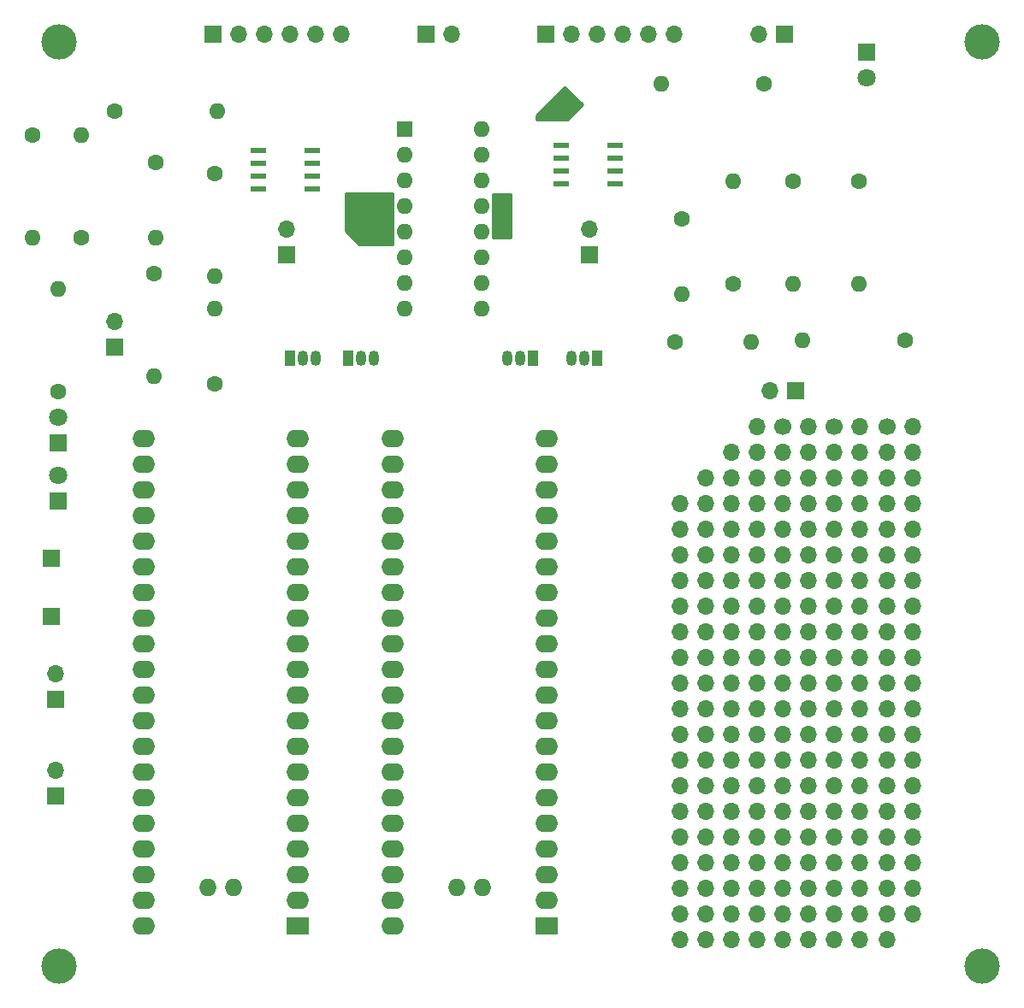
<source format=gts>
G04 #@! TF.FileFunction,Soldermask,Top*
%FSLAX46Y46*%
G04 Gerber Fmt 4.6, Leading zero omitted, Abs format (unit mm)*
G04 Created by KiCad (PCBNEW 4.0.2-stable) date 12/13/2018 9:00:57 AM*
%MOMM*%
G01*
G04 APERTURE LIST*
%ADD10C,0.100000*%
%ADD11R,1.700000X1.700000*%
%ADD12O,1.700000X1.700000*%
%ADD13C,1.700000*%
%ADD14C,3.500000*%
%ADD15C,1.600000*%
%ADD16O,1.600000X1.600000*%
%ADD17R,1.800000X1.800000*%
%ADD18C,1.800000*%
%ADD19R,1.600000X1.600000*%
%ADD20O,1.050000X1.500000*%
%ADD21R,1.050000X1.500000*%
%ADD22R,2.250000X1.727200*%
%ADD23O,2.250000X1.727200*%
%ADD24O,1.727200X1.727200*%
%ADD25R,1.550000X0.600000*%
%ADD26C,0.254000*%
%ADD27C,0.250000*%
G04 APERTURE END LIST*
D10*
D11*
X108966000Y-63246000D03*
D12*
X108966000Y-60706000D03*
D11*
X134620000Y-41402000D03*
D12*
X137160000Y-41402000D03*
X139700000Y-41402000D03*
X142240000Y-41402000D03*
X144780000Y-41402000D03*
X147320000Y-41402000D03*
X150495000Y-85344000D03*
X147955000Y-87884000D03*
X150495000Y-87884000D03*
X147955000Y-90424000D03*
X150495000Y-90424000D03*
X147955000Y-92964000D03*
X150495000Y-92964000D03*
X147955000Y-95504000D03*
X150495000Y-95504000D03*
X147955000Y-98044000D03*
X150495000Y-98044000D03*
X147955000Y-100584000D03*
X150495000Y-100584000D03*
X147955000Y-103124000D03*
X150495000Y-103124000D03*
X147955000Y-105664000D03*
X150495000Y-105664000D03*
X147955000Y-108204000D03*
X150495000Y-108204000D03*
X147955000Y-110744000D03*
X150495000Y-110744000D03*
X147955000Y-113284000D03*
X150495000Y-113284000D03*
X147955000Y-115824000D03*
X150495000Y-115824000D03*
X147955000Y-118364000D03*
X150495000Y-118364000D03*
X147955000Y-120904000D03*
X150495000Y-120904000D03*
X147955000Y-123444000D03*
X150495000Y-123444000D03*
X147955000Y-125984000D03*
X150495000Y-125984000D03*
X147955000Y-128524000D03*
X150495000Y-128524000D03*
X147955000Y-131064000D03*
X150495000Y-131064000D03*
D13*
X168402000Y-80264000D03*
D12*
X170942000Y-80264000D03*
X168402000Y-82804000D03*
X170942000Y-82804000D03*
X168402000Y-85344000D03*
X170942000Y-85344000D03*
X168402000Y-87884000D03*
X170942000Y-87884000D03*
X168402000Y-90424000D03*
X170942000Y-90424000D03*
X168402000Y-92964000D03*
X170942000Y-92964000D03*
X168402000Y-95504000D03*
X170942000Y-95504000D03*
X168402000Y-98044000D03*
X170942000Y-98044000D03*
X168402000Y-100584000D03*
X170942000Y-100584000D03*
X168402000Y-103124000D03*
X170942000Y-103124000D03*
X168402000Y-105664000D03*
X170942000Y-105664000D03*
X168402000Y-108204000D03*
X170942000Y-108204000D03*
X168402000Y-110744000D03*
X170942000Y-110744000D03*
X168402000Y-113284000D03*
X170942000Y-113284000D03*
X168402000Y-115824000D03*
X170942000Y-115824000D03*
X168402000Y-118364000D03*
X170942000Y-118364000D03*
X168402000Y-120904000D03*
X170942000Y-120904000D03*
X168402000Y-123444000D03*
X170942000Y-123444000D03*
X168402000Y-125984000D03*
X170942000Y-125984000D03*
X168402000Y-128524000D03*
X170942000Y-128524000D03*
X168402000Y-131064000D03*
X155575000Y-80264000D03*
X153035000Y-82804000D03*
X155575000Y-82804000D03*
X153035000Y-85344000D03*
X155575000Y-85344000D03*
X153035000Y-87884000D03*
X155575000Y-87884000D03*
X153035000Y-90424000D03*
X155575000Y-90424000D03*
X153035000Y-92964000D03*
X155575000Y-92964000D03*
X153035000Y-95504000D03*
X155575000Y-95504000D03*
X153035000Y-98044000D03*
X155575000Y-98044000D03*
X153035000Y-100584000D03*
X155575000Y-100584000D03*
X153035000Y-103124000D03*
X155575000Y-103124000D03*
X153035000Y-105664000D03*
X155575000Y-105664000D03*
X153035000Y-108204000D03*
X155575000Y-108204000D03*
X153035000Y-110744000D03*
X155575000Y-110744000D03*
X153035000Y-113284000D03*
X155575000Y-113284000D03*
X153035000Y-115824000D03*
X155575000Y-115824000D03*
X153035000Y-118364000D03*
X155575000Y-118364000D03*
X153035000Y-120904000D03*
X155575000Y-120904000D03*
X153035000Y-123444000D03*
X155575000Y-123444000D03*
X153035000Y-125984000D03*
X155575000Y-125984000D03*
X153035000Y-128524000D03*
X155575000Y-128524000D03*
X153035000Y-131064000D03*
X155575000Y-131064000D03*
D13*
X163195000Y-80264000D03*
D12*
X165735000Y-80264000D03*
X163195000Y-82804000D03*
X165735000Y-82804000D03*
X163195000Y-85344000D03*
X165735000Y-85344000D03*
X163195000Y-87884000D03*
X165735000Y-87884000D03*
X163195000Y-90424000D03*
X165735000Y-90424000D03*
X163195000Y-92964000D03*
X165735000Y-92964000D03*
X163195000Y-95504000D03*
X165735000Y-95504000D03*
X163195000Y-98044000D03*
X165735000Y-98044000D03*
X163195000Y-100584000D03*
X165735000Y-100584000D03*
X163195000Y-103124000D03*
X165735000Y-103124000D03*
X163195000Y-105664000D03*
X165735000Y-105664000D03*
X163195000Y-108204000D03*
X165735000Y-108204000D03*
X163195000Y-110744000D03*
X165735000Y-110744000D03*
X163195000Y-113284000D03*
X165735000Y-113284000D03*
X163195000Y-115824000D03*
X165735000Y-115824000D03*
X163195000Y-118364000D03*
X165735000Y-118364000D03*
X163195000Y-120904000D03*
X165735000Y-120904000D03*
X163195000Y-123444000D03*
X165735000Y-123444000D03*
X163195000Y-125984000D03*
X165735000Y-125984000D03*
X163195000Y-128524000D03*
X165735000Y-128524000D03*
X163195000Y-131064000D03*
X165735000Y-131064000D03*
D13*
X158115000Y-80264000D03*
D12*
X160655000Y-80264000D03*
X158115000Y-82804000D03*
X160655000Y-82804000D03*
X158115000Y-85344000D03*
X160655000Y-85344000D03*
X158115000Y-87884000D03*
X160655000Y-87884000D03*
X158115000Y-90424000D03*
X160655000Y-90424000D03*
X158115000Y-92964000D03*
X160655000Y-92964000D03*
X158115000Y-95504000D03*
X160655000Y-95504000D03*
X158115000Y-98044000D03*
X160655000Y-98044000D03*
X158115000Y-100584000D03*
X160655000Y-100584000D03*
X158115000Y-103124000D03*
X160655000Y-103124000D03*
X158115000Y-105664000D03*
X160655000Y-105664000D03*
X158115000Y-108204000D03*
X160655000Y-108204000D03*
X158115000Y-110744000D03*
X160655000Y-110744000D03*
X158115000Y-113284000D03*
X160655000Y-113284000D03*
X158115000Y-115824000D03*
X160655000Y-115824000D03*
X158115000Y-118364000D03*
X160655000Y-118364000D03*
X158115000Y-120904000D03*
X160655000Y-120904000D03*
X158115000Y-123444000D03*
X160655000Y-123444000D03*
X158115000Y-125984000D03*
X160655000Y-125984000D03*
X158115000Y-128524000D03*
X160655000Y-128524000D03*
X158115000Y-131064000D03*
X160655000Y-131064000D03*
D11*
X101727000Y-41402000D03*
D12*
X104267000Y-41402000D03*
X106807000Y-41402000D03*
X109347000Y-41402000D03*
X111887000Y-41402000D03*
X114427000Y-41402000D03*
D14*
X86487000Y-42164000D03*
X177800000Y-42164000D03*
X177800000Y-133731000D03*
D15*
X148082000Y-59690000D03*
D16*
X148082000Y-67190000D03*
D15*
X147447000Y-71882000D03*
D16*
X154947000Y-71882000D03*
D15*
X96012000Y-54102000D03*
D16*
X96012000Y-61602000D03*
D15*
X101854000Y-76073000D03*
D16*
X101854000Y-68573000D03*
D17*
X166370000Y-43180000D03*
D18*
X166370000Y-45720000D03*
D17*
X86360000Y-87630000D03*
D18*
X86360000Y-85090000D03*
D17*
X86360000Y-81915000D03*
D18*
X86360000Y-79375000D03*
D19*
X120650000Y-50800000D03*
D16*
X128270000Y-68580000D03*
X120650000Y-53340000D03*
X128270000Y-66040000D03*
X120650000Y-55880000D03*
X128270000Y-63500000D03*
X120650000Y-58420000D03*
X128270000Y-60960000D03*
X120650000Y-60960000D03*
X128270000Y-58420000D03*
X120650000Y-63500000D03*
X128270000Y-55880000D03*
X120650000Y-66040000D03*
X128270000Y-53340000D03*
X120650000Y-68580000D03*
X128270000Y-50800000D03*
D11*
X85725000Y-99060000D03*
X86106000Y-116840000D03*
D12*
X86106000Y-114300000D03*
D11*
X122809000Y-41402000D03*
D12*
X125349000Y-41402000D03*
D11*
X158242000Y-41402000D03*
D12*
X155702000Y-41402000D03*
D11*
X85725000Y-93345000D03*
X86106000Y-107315000D03*
D12*
X86106000Y-104775000D03*
D20*
X132080000Y-73533000D03*
X130810000Y-73533000D03*
D21*
X133350000Y-73533000D03*
D20*
X138430000Y-73533000D03*
X137160000Y-73533000D03*
D21*
X139700000Y-73533000D03*
D20*
X116332000Y-73533000D03*
X117602000Y-73533000D03*
D21*
X115062000Y-73533000D03*
D20*
X110617000Y-73533000D03*
X111887000Y-73533000D03*
D21*
X109347000Y-73533000D03*
D15*
X156210000Y-46355000D03*
D16*
X146050000Y-46355000D03*
D15*
X159131000Y-56007000D03*
D16*
X159131000Y-66167000D03*
D15*
X165608000Y-56007000D03*
D16*
X165608000Y-66167000D03*
D15*
X153162000Y-66167000D03*
D16*
X153162000Y-56007000D03*
D15*
X170180000Y-71755000D03*
D16*
X160020000Y-71755000D03*
D15*
X83820000Y-51435000D03*
D16*
X83820000Y-61595000D03*
D15*
X91948000Y-49022000D03*
D16*
X102108000Y-49022000D03*
D15*
X101854000Y-55245000D03*
D16*
X101854000Y-65405000D03*
D15*
X88646000Y-61595000D03*
D16*
X88646000Y-51435000D03*
D15*
X95885000Y-65151000D03*
D16*
X95885000Y-75311000D03*
D15*
X86360000Y-76835000D03*
D16*
X86360000Y-66675000D03*
D22*
X110109000Y-129717800D03*
D23*
X110109000Y-127177800D03*
X110109000Y-124637800D03*
X110109000Y-122097800D03*
X110109000Y-119557800D03*
X110109000Y-117017800D03*
X110109000Y-114477800D03*
X110109000Y-111937800D03*
X110109000Y-109397800D03*
X110109000Y-106857800D03*
X110109000Y-104317800D03*
X110109000Y-101777800D03*
X110109000Y-99237800D03*
X110109000Y-96697800D03*
X110109000Y-94157800D03*
X110109000Y-91617800D03*
X110109000Y-89077800D03*
X110109000Y-86537800D03*
X110109000Y-83997800D03*
X110109000Y-81457800D03*
X94869000Y-81457800D03*
X94869000Y-83997800D03*
X94869000Y-86537800D03*
X94869000Y-89077800D03*
X94869000Y-91617800D03*
X94869000Y-94157800D03*
X94869000Y-96697800D03*
X94869000Y-99237800D03*
X94869000Y-101777800D03*
X94869000Y-104317800D03*
X94869000Y-106857800D03*
X94869000Y-109397800D03*
X94869000Y-111937800D03*
X94869000Y-114477800D03*
X94869000Y-117017800D03*
X94869000Y-119557800D03*
X94869000Y-122097800D03*
X94869000Y-124637800D03*
X94869000Y-127177800D03*
X94869000Y-129768600D03*
D24*
X101209000Y-125907800D03*
X103749000Y-125907800D03*
D22*
X134747000Y-129717800D03*
D23*
X134747000Y-127177800D03*
X134747000Y-124637800D03*
X134747000Y-122097800D03*
X134747000Y-119557800D03*
X134747000Y-117017800D03*
X134747000Y-114477800D03*
X134747000Y-111937800D03*
X134747000Y-109397800D03*
X134747000Y-106857800D03*
X134747000Y-104317800D03*
X134747000Y-101777800D03*
X134747000Y-99237800D03*
X134747000Y-96697800D03*
X134747000Y-94157800D03*
X134747000Y-91617800D03*
X134747000Y-89077800D03*
X134747000Y-86537800D03*
X134747000Y-83997800D03*
X134747000Y-81457800D03*
X119507000Y-81457800D03*
X119507000Y-83997800D03*
X119507000Y-86537800D03*
X119507000Y-89077800D03*
X119507000Y-91617800D03*
X119507000Y-94157800D03*
X119507000Y-96697800D03*
X119507000Y-99237800D03*
X119507000Y-101777800D03*
X119507000Y-104317800D03*
X119507000Y-106857800D03*
X119507000Y-109397800D03*
X119507000Y-111937800D03*
X119507000Y-114477800D03*
X119507000Y-117017800D03*
X119507000Y-119557800D03*
X119507000Y-122097800D03*
X119507000Y-124637800D03*
X119507000Y-127177800D03*
X119507000Y-129768600D03*
D24*
X125847000Y-125907800D03*
X128387000Y-125907800D03*
D25*
X111539000Y-56769000D03*
X111539000Y-55499000D03*
X111539000Y-54229000D03*
X111539000Y-52959000D03*
X106139000Y-52959000D03*
X106139000Y-54229000D03*
X106139000Y-55499000D03*
X106139000Y-56769000D03*
X136111000Y-52451000D03*
X136111000Y-53721000D03*
X136111000Y-54991000D03*
X136111000Y-56261000D03*
X141511000Y-56261000D03*
X141511000Y-54991000D03*
X141511000Y-53721000D03*
X141511000Y-52451000D03*
D14*
X86487000Y-133731000D03*
D11*
X138938000Y-63246000D03*
D12*
X138938000Y-60706000D03*
D11*
X159385000Y-76708000D03*
D12*
X156845000Y-76708000D03*
D11*
X91948000Y-72390000D03*
D12*
X91948000Y-69850000D03*
D26*
G36*
X119507000Y-62230000D02*
X116130606Y-62230000D01*
X114808000Y-60907394D01*
X114808000Y-57150000D01*
X119507000Y-57150000D01*
X119507000Y-62230000D01*
X119507000Y-62230000D01*
G37*
X119507000Y-62230000D02*
X116130606Y-62230000D01*
X114808000Y-60907394D01*
X114808000Y-57150000D01*
X119507000Y-57150000D01*
X119507000Y-62230000D01*
G36*
X131191000Y-61595000D02*
X129413000Y-61595000D01*
X129413000Y-57277000D01*
X131191000Y-57277000D01*
X131191000Y-61595000D01*
X131191000Y-61595000D01*
G37*
X131191000Y-61595000D02*
X129413000Y-61595000D01*
X129413000Y-57277000D01*
X131191000Y-57277000D01*
X131191000Y-61595000D01*
D27*
G36*
X138253224Y-48387000D02*
X136727224Y-49913000D01*
X133729000Y-49913000D01*
X133729000Y-49454776D01*
X136525000Y-46658776D01*
X138253224Y-48387000D01*
X138253224Y-48387000D01*
G37*
X138253224Y-48387000D02*
X136727224Y-49913000D01*
X133729000Y-49913000D01*
X133729000Y-49454776D01*
X136525000Y-46658776D01*
X138253224Y-48387000D01*
M02*

</source>
